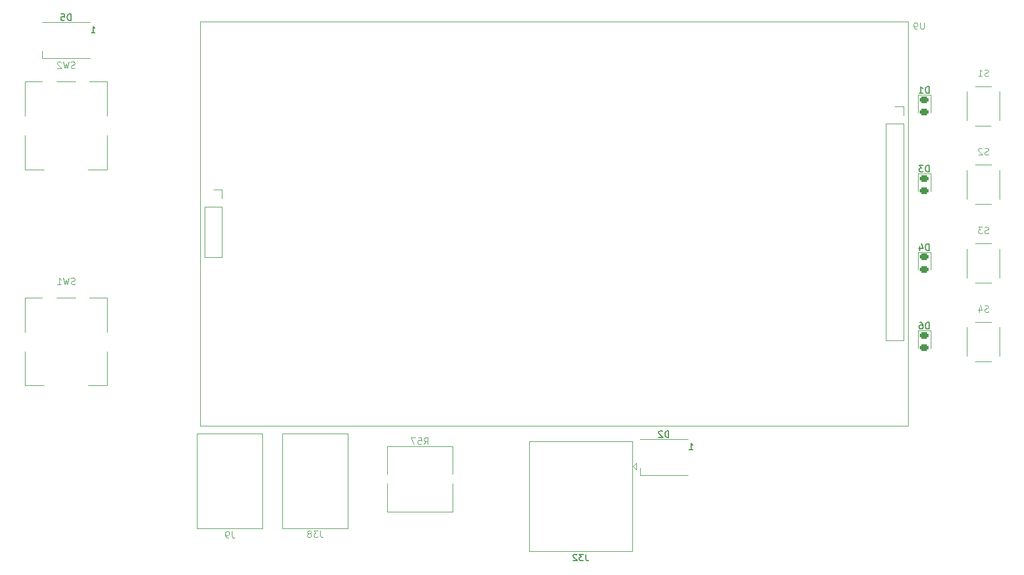
<source format=gbo>
%TF.GenerationSoftware,KiCad,Pcbnew,8.0.2-8.0.2-0~ubuntu22.04.1*%
%TF.CreationDate,2024-05-24T15:24:21-07:00*%
%TF.ProjectId,YamhillFrontPanel,59616d68-696c-46c4-9672-6f6e7450616e,B*%
%TF.SameCoordinates,Original*%
%TF.FileFunction,Legend,Bot*%
%TF.FilePolarity,Positive*%
%FSLAX46Y46*%
G04 Gerber Fmt 4.6, Leading zero omitted, Abs format (unit mm)*
G04 Created by KiCad (PCBNEW 8.0.2-8.0.2-0~ubuntu22.04.1) date 2024-05-24 15:24:21*
%MOMM*%
%LPD*%
G01*
G04 APERTURE LIST*
G04 Aperture macros list*
%AMRoundRect*
0 Rectangle with rounded corners*
0 $1 Rounding radius*
0 $2 $3 $4 $5 $6 $7 $8 $9 X,Y pos of 4 corners*
0 Add a 4 corners polygon primitive as box body*
4,1,4,$2,$3,$4,$5,$6,$7,$8,$9,$2,$3,0*
0 Add four circle primitives for the rounded corners*
1,1,$1+$1,$2,$3*
1,1,$1+$1,$4,$5*
1,1,$1+$1,$6,$7*
1,1,$1+$1,$8,$9*
0 Add four rect primitives between the rounded corners*
20,1,$1+$1,$2,$3,$4,$5,0*
20,1,$1+$1,$4,$5,$6,$7,0*
20,1,$1+$1,$6,$7,$8,$9,0*
20,1,$1+$1,$8,$9,$2,$3,0*%
G04 Aperture macros list end*
%ADD10C,0.100000*%
%ADD11C,0.150000*%
%ADD12C,0.120000*%
%ADD13C,3.650000*%
%ADD14O,2.000000X2.800000*%
%ADD15C,2.000000*%
%ADD16R,1.700000X1.700000*%
%ADD17O,1.700000X1.700000*%
%ADD18C,0.800000*%
%ADD19C,6.400000*%
%ADD20O,1.800000X1.800000*%
%ADD21O,1.500000X1.500000*%
%ADD22C,2.500000*%
%ADD23C,2.600000*%
%ADD24O,2.800000X3.200000*%
%ADD25R,1.500000X0.900000*%
%ADD26R,1.500000X1.500000*%
%ADD27C,1.500000*%
%ADD28RoundRect,0.243750X-0.456250X0.243750X-0.456250X-0.243750X0.456250X-0.243750X0.456250X0.243750X0*%
%ADD29O,2.000000X1.300000*%
%ADD30C,3.400000*%
G04 APERTURE END LIST*
D10*
X73333332Y-92209800D02*
X73190475Y-92257419D01*
X73190475Y-92257419D02*
X72952380Y-92257419D01*
X72952380Y-92257419D02*
X72857142Y-92209800D01*
X72857142Y-92209800D02*
X72809523Y-92162180D01*
X72809523Y-92162180D02*
X72761904Y-92066942D01*
X72761904Y-92066942D02*
X72761904Y-91971704D01*
X72761904Y-91971704D02*
X72809523Y-91876466D01*
X72809523Y-91876466D02*
X72857142Y-91828847D01*
X72857142Y-91828847D02*
X72952380Y-91781228D01*
X72952380Y-91781228D02*
X73142856Y-91733609D01*
X73142856Y-91733609D02*
X73238094Y-91685990D01*
X73238094Y-91685990D02*
X73285713Y-91638371D01*
X73285713Y-91638371D02*
X73333332Y-91543133D01*
X73333332Y-91543133D02*
X73333332Y-91447895D01*
X73333332Y-91447895D02*
X73285713Y-91352657D01*
X73285713Y-91352657D02*
X73238094Y-91305038D01*
X73238094Y-91305038D02*
X73142856Y-91257419D01*
X73142856Y-91257419D02*
X72904761Y-91257419D01*
X72904761Y-91257419D02*
X72761904Y-91305038D01*
X72428570Y-91257419D02*
X72190475Y-92257419D01*
X72190475Y-92257419D02*
X71999999Y-91543133D01*
X71999999Y-91543133D02*
X71809523Y-92257419D01*
X71809523Y-92257419D02*
X71571428Y-91257419D01*
X70666666Y-92257419D02*
X71238094Y-92257419D01*
X70952380Y-92257419D02*
X70952380Y-91257419D01*
X70952380Y-91257419D02*
X71047618Y-91400276D01*
X71047618Y-91400276D02*
X71142856Y-91495514D01*
X71142856Y-91495514D02*
X71238094Y-91543133D01*
X73333332Y-59209800D02*
X73190475Y-59257419D01*
X73190475Y-59257419D02*
X72952380Y-59257419D01*
X72952380Y-59257419D02*
X72857142Y-59209800D01*
X72857142Y-59209800D02*
X72809523Y-59162180D01*
X72809523Y-59162180D02*
X72761904Y-59066942D01*
X72761904Y-59066942D02*
X72761904Y-58971704D01*
X72761904Y-58971704D02*
X72809523Y-58876466D01*
X72809523Y-58876466D02*
X72857142Y-58828847D01*
X72857142Y-58828847D02*
X72952380Y-58781228D01*
X72952380Y-58781228D02*
X73142856Y-58733609D01*
X73142856Y-58733609D02*
X73238094Y-58685990D01*
X73238094Y-58685990D02*
X73285713Y-58638371D01*
X73285713Y-58638371D02*
X73333332Y-58543133D01*
X73333332Y-58543133D02*
X73333332Y-58447895D01*
X73333332Y-58447895D02*
X73285713Y-58352657D01*
X73285713Y-58352657D02*
X73238094Y-58305038D01*
X73238094Y-58305038D02*
X73142856Y-58257419D01*
X73142856Y-58257419D02*
X72904761Y-58257419D01*
X72904761Y-58257419D02*
X72761904Y-58305038D01*
X72428570Y-58257419D02*
X72190475Y-59257419D01*
X72190475Y-59257419D02*
X71999999Y-58543133D01*
X71999999Y-58543133D02*
X71809523Y-59257419D01*
X71809523Y-59257419D02*
X71571428Y-58257419D01*
X71238094Y-58352657D02*
X71190475Y-58305038D01*
X71190475Y-58305038D02*
X71095237Y-58257419D01*
X71095237Y-58257419D02*
X70857142Y-58257419D01*
X70857142Y-58257419D02*
X70761904Y-58305038D01*
X70761904Y-58305038D02*
X70714285Y-58352657D01*
X70714285Y-58352657D02*
X70666666Y-58447895D01*
X70666666Y-58447895D02*
X70666666Y-58543133D01*
X70666666Y-58543133D02*
X70714285Y-58685990D01*
X70714285Y-58685990D02*
X71285713Y-59257419D01*
X71285713Y-59257419D02*
X70666666Y-59257419D01*
D11*
X163988094Y-115604819D02*
X163988094Y-114604819D01*
X163988094Y-114604819D02*
X163749999Y-114604819D01*
X163749999Y-114604819D02*
X163607142Y-114652438D01*
X163607142Y-114652438D02*
X163511904Y-114747676D01*
X163511904Y-114747676D02*
X163464285Y-114842914D01*
X163464285Y-114842914D02*
X163416666Y-115033390D01*
X163416666Y-115033390D02*
X163416666Y-115176247D01*
X163416666Y-115176247D02*
X163464285Y-115366723D01*
X163464285Y-115366723D02*
X163511904Y-115461961D01*
X163511904Y-115461961D02*
X163607142Y-115557200D01*
X163607142Y-115557200D02*
X163749999Y-115604819D01*
X163749999Y-115604819D02*
X163988094Y-115604819D01*
X163035713Y-114700057D02*
X162988094Y-114652438D01*
X162988094Y-114652438D02*
X162892856Y-114604819D01*
X162892856Y-114604819D02*
X162654761Y-114604819D01*
X162654761Y-114604819D02*
X162559523Y-114652438D01*
X162559523Y-114652438D02*
X162511904Y-114700057D01*
X162511904Y-114700057D02*
X162464285Y-114795295D01*
X162464285Y-114795295D02*
X162464285Y-114890533D01*
X162464285Y-114890533D02*
X162511904Y-115033390D01*
X162511904Y-115033390D02*
X163083332Y-115604819D01*
X163083332Y-115604819D02*
X162464285Y-115604819D01*
X167114285Y-117504819D02*
X167685713Y-117504819D01*
X167399999Y-117504819D02*
X167399999Y-116504819D01*
X167399999Y-116504819D02*
X167495237Y-116647676D01*
X167495237Y-116647676D02*
X167590475Y-116742914D01*
X167590475Y-116742914D02*
X167685713Y-116790533D01*
X72738094Y-51954819D02*
X72738094Y-50954819D01*
X72738094Y-50954819D02*
X72499999Y-50954819D01*
X72499999Y-50954819D02*
X72357142Y-51002438D01*
X72357142Y-51002438D02*
X72261904Y-51097676D01*
X72261904Y-51097676D02*
X72214285Y-51192914D01*
X72214285Y-51192914D02*
X72166666Y-51383390D01*
X72166666Y-51383390D02*
X72166666Y-51526247D01*
X72166666Y-51526247D02*
X72214285Y-51716723D01*
X72214285Y-51716723D02*
X72261904Y-51811961D01*
X72261904Y-51811961D02*
X72357142Y-51907200D01*
X72357142Y-51907200D02*
X72499999Y-51954819D01*
X72499999Y-51954819D02*
X72738094Y-51954819D01*
X71261904Y-50954819D02*
X71738094Y-50954819D01*
X71738094Y-50954819D02*
X71785713Y-51431009D01*
X71785713Y-51431009D02*
X71738094Y-51383390D01*
X71738094Y-51383390D02*
X71642856Y-51335771D01*
X71642856Y-51335771D02*
X71404761Y-51335771D01*
X71404761Y-51335771D02*
X71309523Y-51383390D01*
X71309523Y-51383390D02*
X71261904Y-51431009D01*
X71261904Y-51431009D02*
X71214285Y-51526247D01*
X71214285Y-51526247D02*
X71214285Y-51764342D01*
X71214285Y-51764342D02*
X71261904Y-51859580D01*
X71261904Y-51859580D02*
X71309523Y-51907200D01*
X71309523Y-51907200D02*
X71404761Y-51954819D01*
X71404761Y-51954819D02*
X71642856Y-51954819D01*
X71642856Y-51954819D02*
X71738094Y-51907200D01*
X71738094Y-51907200D02*
X71785713Y-51859580D01*
X75864285Y-53854819D02*
X76435713Y-53854819D01*
X76149999Y-53854819D02*
X76149999Y-52854819D01*
X76149999Y-52854819D02*
X76245237Y-52997676D01*
X76245237Y-52997676D02*
X76340475Y-53092914D01*
X76340475Y-53092914D02*
X76435713Y-53140533D01*
X151359523Y-133454819D02*
X151359523Y-134169104D01*
X151359523Y-134169104D02*
X151407142Y-134311961D01*
X151407142Y-134311961D02*
X151502380Y-134407200D01*
X151502380Y-134407200D02*
X151645237Y-134454819D01*
X151645237Y-134454819D02*
X151740475Y-134454819D01*
X150978570Y-133454819D02*
X150359523Y-133454819D01*
X150359523Y-133454819D02*
X150692856Y-133835771D01*
X150692856Y-133835771D02*
X150549999Y-133835771D01*
X150549999Y-133835771D02*
X150454761Y-133883390D01*
X150454761Y-133883390D02*
X150407142Y-133931009D01*
X150407142Y-133931009D02*
X150359523Y-134026247D01*
X150359523Y-134026247D02*
X150359523Y-134264342D01*
X150359523Y-134264342D02*
X150407142Y-134359580D01*
X150407142Y-134359580D02*
X150454761Y-134407200D01*
X150454761Y-134407200D02*
X150549999Y-134454819D01*
X150549999Y-134454819D02*
X150835713Y-134454819D01*
X150835713Y-134454819D02*
X150930951Y-134407200D01*
X150930951Y-134407200D02*
X150978570Y-134359580D01*
X149978570Y-133550057D02*
X149930951Y-133502438D01*
X149930951Y-133502438D02*
X149835713Y-133454819D01*
X149835713Y-133454819D02*
X149597618Y-133454819D01*
X149597618Y-133454819D02*
X149502380Y-133502438D01*
X149502380Y-133502438D02*
X149454761Y-133550057D01*
X149454761Y-133550057D02*
X149407142Y-133645295D01*
X149407142Y-133645295D02*
X149407142Y-133740533D01*
X149407142Y-133740533D02*
X149454761Y-133883390D01*
X149454761Y-133883390D02*
X150026189Y-134454819D01*
X150026189Y-134454819D02*
X149407142Y-134454819D01*
X203738094Y-75054819D02*
X203738094Y-74054819D01*
X203738094Y-74054819D02*
X203499999Y-74054819D01*
X203499999Y-74054819D02*
X203357142Y-74102438D01*
X203357142Y-74102438D02*
X203261904Y-74197676D01*
X203261904Y-74197676D02*
X203214285Y-74292914D01*
X203214285Y-74292914D02*
X203166666Y-74483390D01*
X203166666Y-74483390D02*
X203166666Y-74626247D01*
X203166666Y-74626247D02*
X203214285Y-74816723D01*
X203214285Y-74816723D02*
X203261904Y-74911961D01*
X203261904Y-74911961D02*
X203357142Y-75007200D01*
X203357142Y-75007200D02*
X203499999Y-75054819D01*
X203499999Y-75054819D02*
X203738094Y-75054819D01*
X202833332Y-74054819D02*
X202214285Y-74054819D01*
X202214285Y-74054819D02*
X202547618Y-74435771D01*
X202547618Y-74435771D02*
X202404761Y-74435771D01*
X202404761Y-74435771D02*
X202309523Y-74483390D01*
X202309523Y-74483390D02*
X202261904Y-74531009D01*
X202261904Y-74531009D02*
X202214285Y-74626247D01*
X202214285Y-74626247D02*
X202214285Y-74864342D01*
X202214285Y-74864342D02*
X202261904Y-74959580D01*
X202261904Y-74959580D02*
X202309523Y-75007200D01*
X202309523Y-75007200D02*
X202404761Y-75054819D01*
X202404761Y-75054819D02*
X202690475Y-75054819D01*
X202690475Y-75054819D02*
X202785713Y-75007200D01*
X202785713Y-75007200D02*
X202833332Y-74959580D01*
D10*
X212761904Y-72409800D02*
X212619047Y-72457419D01*
X212619047Y-72457419D02*
X212380952Y-72457419D01*
X212380952Y-72457419D02*
X212285714Y-72409800D01*
X212285714Y-72409800D02*
X212238095Y-72362180D01*
X212238095Y-72362180D02*
X212190476Y-72266942D01*
X212190476Y-72266942D02*
X212190476Y-72171704D01*
X212190476Y-72171704D02*
X212238095Y-72076466D01*
X212238095Y-72076466D02*
X212285714Y-72028847D01*
X212285714Y-72028847D02*
X212380952Y-71981228D01*
X212380952Y-71981228D02*
X212571428Y-71933609D01*
X212571428Y-71933609D02*
X212666666Y-71885990D01*
X212666666Y-71885990D02*
X212714285Y-71838371D01*
X212714285Y-71838371D02*
X212761904Y-71743133D01*
X212761904Y-71743133D02*
X212761904Y-71647895D01*
X212761904Y-71647895D02*
X212714285Y-71552657D01*
X212714285Y-71552657D02*
X212666666Y-71505038D01*
X212666666Y-71505038D02*
X212571428Y-71457419D01*
X212571428Y-71457419D02*
X212333333Y-71457419D01*
X212333333Y-71457419D02*
X212190476Y-71505038D01*
X211809523Y-71552657D02*
X211761904Y-71505038D01*
X211761904Y-71505038D02*
X211666666Y-71457419D01*
X211666666Y-71457419D02*
X211428571Y-71457419D01*
X211428571Y-71457419D02*
X211333333Y-71505038D01*
X211333333Y-71505038D02*
X211285714Y-71552657D01*
X211285714Y-71552657D02*
X211238095Y-71647895D01*
X211238095Y-71647895D02*
X211238095Y-71743133D01*
X211238095Y-71743133D02*
X211285714Y-71885990D01*
X211285714Y-71885990D02*
X211857142Y-72457419D01*
X211857142Y-72457419D02*
X211238095Y-72457419D01*
D11*
X203738094Y-63054819D02*
X203738094Y-62054819D01*
X203738094Y-62054819D02*
X203499999Y-62054819D01*
X203499999Y-62054819D02*
X203357142Y-62102438D01*
X203357142Y-62102438D02*
X203261904Y-62197676D01*
X203261904Y-62197676D02*
X203214285Y-62292914D01*
X203214285Y-62292914D02*
X203166666Y-62483390D01*
X203166666Y-62483390D02*
X203166666Y-62626247D01*
X203166666Y-62626247D02*
X203214285Y-62816723D01*
X203214285Y-62816723D02*
X203261904Y-62911961D01*
X203261904Y-62911961D02*
X203357142Y-63007200D01*
X203357142Y-63007200D02*
X203499999Y-63054819D01*
X203499999Y-63054819D02*
X203738094Y-63054819D01*
X202214285Y-63054819D02*
X202785713Y-63054819D01*
X202499999Y-63054819D02*
X202499999Y-62054819D01*
X202499999Y-62054819D02*
X202595237Y-62197676D01*
X202595237Y-62197676D02*
X202690475Y-62292914D01*
X202690475Y-62292914D02*
X202785713Y-62340533D01*
D10*
X97333333Y-129957419D02*
X97333333Y-130671704D01*
X97333333Y-130671704D02*
X97380952Y-130814561D01*
X97380952Y-130814561D02*
X97476190Y-130909800D01*
X97476190Y-130909800D02*
X97619047Y-130957419D01*
X97619047Y-130957419D02*
X97714285Y-130957419D01*
X96809523Y-130957419D02*
X96619047Y-130957419D01*
X96619047Y-130957419D02*
X96523809Y-130909800D01*
X96523809Y-130909800D02*
X96476190Y-130862180D01*
X96476190Y-130862180D02*
X96380952Y-130719323D01*
X96380952Y-130719323D02*
X96333333Y-130528847D01*
X96333333Y-130528847D02*
X96333333Y-130147895D01*
X96333333Y-130147895D02*
X96380952Y-130052657D01*
X96380952Y-130052657D02*
X96428571Y-130005038D01*
X96428571Y-130005038D02*
X96523809Y-129957419D01*
X96523809Y-129957419D02*
X96714285Y-129957419D01*
X96714285Y-129957419D02*
X96809523Y-130005038D01*
X96809523Y-130005038D02*
X96857142Y-130052657D01*
X96857142Y-130052657D02*
X96904761Y-130147895D01*
X96904761Y-130147895D02*
X96904761Y-130385990D01*
X96904761Y-130385990D02*
X96857142Y-130481228D01*
X96857142Y-130481228D02*
X96809523Y-130528847D01*
X96809523Y-130528847D02*
X96714285Y-130576466D01*
X96714285Y-130576466D02*
X96523809Y-130576466D01*
X96523809Y-130576466D02*
X96428571Y-130528847D01*
X96428571Y-130528847D02*
X96380952Y-130481228D01*
X96380952Y-130481228D02*
X96333333Y-130385990D01*
D11*
X203738094Y-99054819D02*
X203738094Y-98054819D01*
X203738094Y-98054819D02*
X203499999Y-98054819D01*
X203499999Y-98054819D02*
X203357142Y-98102438D01*
X203357142Y-98102438D02*
X203261904Y-98197676D01*
X203261904Y-98197676D02*
X203214285Y-98292914D01*
X203214285Y-98292914D02*
X203166666Y-98483390D01*
X203166666Y-98483390D02*
X203166666Y-98626247D01*
X203166666Y-98626247D02*
X203214285Y-98816723D01*
X203214285Y-98816723D02*
X203261904Y-98911961D01*
X203261904Y-98911961D02*
X203357142Y-99007200D01*
X203357142Y-99007200D02*
X203499999Y-99054819D01*
X203499999Y-99054819D02*
X203738094Y-99054819D01*
X202309523Y-98054819D02*
X202499999Y-98054819D01*
X202499999Y-98054819D02*
X202595237Y-98102438D01*
X202595237Y-98102438D02*
X202642856Y-98150057D01*
X202642856Y-98150057D02*
X202738094Y-98292914D01*
X202738094Y-98292914D02*
X202785713Y-98483390D01*
X202785713Y-98483390D02*
X202785713Y-98864342D01*
X202785713Y-98864342D02*
X202738094Y-98959580D01*
X202738094Y-98959580D02*
X202690475Y-99007200D01*
X202690475Y-99007200D02*
X202595237Y-99054819D01*
X202595237Y-99054819D02*
X202404761Y-99054819D01*
X202404761Y-99054819D02*
X202309523Y-99007200D01*
X202309523Y-99007200D02*
X202261904Y-98959580D01*
X202261904Y-98959580D02*
X202214285Y-98864342D01*
X202214285Y-98864342D02*
X202214285Y-98626247D01*
X202214285Y-98626247D02*
X202261904Y-98531009D01*
X202261904Y-98531009D02*
X202309523Y-98483390D01*
X202309523Y-98483390D02*
X202404761Y-98435771D01*
X202404761Y-98435771D02*
X202595237Y-98435771D01*
X202595237Y-98435771D02*
X202690475Y-98483390D01*
X202690475Y-98483390D02*
X202738094Y-98531009D01*
X202738094Y-98531009D02*
X202785713Y-98626247D01*
X203738094Y-87054819D02*
X203738094Y-86054819D01*
X203738094Y-86054819D02*
X203499999Y-86054819D01*
X203499999Y-86054819D02*
X203357142Y-86102438D01*
X203357142Y-86102438D02*
X203261904Y-86197676D01*
X203261904Y-86197676D02*
X203214285Y-86292914D01*
X203214285Y-86292914D02*
X203166666Y-86483390D01*
X203166666Y-86483390D02*
X203166666Y-86626247D01*
X203166666Y-86626247D02*
X203214285Y-86816723D01*
X203214285Y-86816723D02*
X203261904Y-86911961D01*
X203261904Y-86911961D02*
X203357142Y-87007200D01*
X203357142Y-87007200D02*
X203499999Y-87054819D01*
X203499999Y-87054819D02*
X203738094Y-87054819D01*
X202309523Y-86388152D02*
X202309523Y-87054819D01*
X202547618Y-86007200D02*
X202785713Y-86721485D01*
X202785713Y-86721485D02*
X202166666Y-86721485D01*
D10*
X126642857Y-116657419D02*
X126976190Y-116181228D01*
X127214285Y-116657419D02*
X127214285Y-115657419D01*
X127214285Y-115657419D02*
X126833333Y-115657419D01*
X126833333Y-115657419D02*
X126738095Y-115705038D01*
X126738095Y-115705038D02*
X126690476Y-115752657D01*
X126690476Y-115752657D02*
X126642857Y-115847895D01*
X126642857Y-115847895D02*
X126642857Y-115990752D01*
X126642857Y-115990752D02*
X126690476Y-116085990D01*
X126690476Y-116085990D02*
X126738095Y-116133609D01*
X126738095Y-116133609D02*
X126833333Y-116181228D01*
X126833333Y-116181228D02*
X127214285Y-116181228D01*
X125738095Y-115657419D02*
X126214285Y-115657419D01*
X126214285Y-115657419D02*
X126261904Y-116133609D01*
X126261904Y-116133609D02*
X126214285Y-116085990D01*
X126214285Y-116085990D02*
X126119047Y-116038371D01*
X126119047Y-116038371D02*
X125880952Y-116038371D01*
X125880952Y-116038371D02*
X125785714Y-116085990D01*
X125785714Y-116085990D02*
X125738095Y-116133609D01*
X125738095Y-116133609D02*
X125690476Y-116228847D01*
X125690476Y-116228847D02*
X125690476Y-116466942D01*
X125690476Y-116466942D02*
X125738095Y-116562180D01*
X125738095Y-116562180D02*
X125785714Y-116609800D01*
X125785714Y-116609800D02*
X125880952Y-116657419D01*
X125880952Y-116657419D02*
X126119047Y-116657419D01*
X126119047Y-116657419D02*
X126214285Y-116609800D01*
X126214285Y-116609800D02*
X126261904Y-116562180D01*
X125357142Y-115657419D02*
X124690476Y-115657419D01*
X124690476Y-115657419D02*
X125119047Y-116657419D01*
X212761904Y-96409800D02*
X212619047Y-96457419D01*
X212619047Y-96457419D02*
X212380952Y-96457419D01*
X212380952Y-96457419D02*
X212285714Y-96409800D01*
X212285714Y-96409800D02*
X212238095Y-96362180D01*
X212238095Y-96362180D02*
X212190476Y-96266942D01*
X212190476Y-96266942D02*
X212190476Y-96171704D01*
X212190476Y-96171704D02*
X212238095Y-96076466D01*
X212238095Y-96076466D02*
X212285714Y-96028847D01*
X212285714Y-96028847D02*
X212380952Y-95981228D01*
X212380952Y-95981228D02*
X212571428Y-95933609D01*
X212571428Y-95933609D02*
X212666666Y-95885990D01*
X212666666Y-95885990D02*
X212714285Y-95838371D01*
X212714285Y-95838371D02*
X212761904Y-95743133D01*
X212761904Y-95743133D02*
X212761904Y-95647895D01*
X212761904Y-95647895D02*
X212714285Y-95552657D01*
X212714285Y-95552657D02*
X212666666Y-95505038D01*
X212666666Y-95505038D02*
X212571428Y-95457419D01*
X212571428Y-95457419D02*
X212333333Y-95457419D01*
X212333333Y-95457419D02*
X212190476Y-95505038D01*
X211333333Y-95790752D02*
X211333333Y-96457419D01*
X211571428Y-95409800D02*
X211809523Y-96124085D01*
X211809523Y-96124085D02*
X211190476Y-96124085D01*
X110809523Y-129857419D02*
X110809523Y-130571704D01*
X110809523Y-130571704D02*
X110857142Y-130714561D01*
X110857142Y-130714561D02*
X110952380Y-130809800D01*
X110952380Y-130809800D02*
X111095237Y-130857419D01*
X111095237Y-130857419D02*
X111190475Y-130857419D01*
X110428570Y-129857419D02*
X109809523Y-129857419D01*
X109809523Y-129857419D02*
X110142856Y-130238371D01*
X110142856Y-130238371D02*
X109999999Y-130238371D01*
X109999999Y-130238371D02*
X109904761Y-130285990D01*
X109904761Y-130285990D02*
X109857142Y-130333609D01*
X109857142Y-130333609D02*
X109809523Y-130428847D01*
X109809523Y-130428847D02*
X109809523Y-130666942D01*
X109809523Y-130666942D02*
X109857142Y-130762180D01*
X109857142Y-130762180D02*
X109904761Y-130809800D01*
X109904761Y-130809800D02*
X109999999Y-130857419D01*
X109999999Y-130857419D02*
X110285713Y-130857419D01*
X110285713Y-130857419D02*
X110380951Y-130809800D01*
X110380951Y-130809800D02*
X110428570Y-130762180D01*
X109238094Y-130285990D02*
X109333332Y-130238371D01*
X109333332Y-130238371D02*
X109380951Y-130190752D01*
X109380951Y-130190752D02*
X109428570Y-130095514D01*
X109428570Y-130095514D02*
X109428570Y-130047895D01*
X109428570Y-130047895D02*
X109380951Y-129952657D01*
X109380951Y-129952657D02*
X109333332Y-129905038D01*
X109333332Y-129905038D02*
X109238094Y-129857419D01*
X109238094Y-129857419D02*
X109047618Y-129857419D01*
X109047618Y-129857419D02*
X108952380Y-129905038D01*
X108952380Y-129905038D02*
X108904761Y-129952657D01*
X108904761Y-129952657D02*
X108857142Y-130047895D01*
X108857142Y-130047895D02*
X108857142Y-130095514D01*
X108857142Y-130095514D02*
X108904761Y-130190752D01*
X108904761Y-130190752D02*
X108952380Y-130238371D01*
X108952380Y-130238371D02*
X109047618Y-130285990D01*
X109047618Y-130285990D02*
X109238094Y-130285990D01*
X109238094Y-130285990D02*
X109333332Y-130333609D01*
X109333332Y-130333609D02*
X109380951Y-130381228D01*
X109380951Y-130381228D02*
X109428570Y-130476466D01*
X109428570Y-130476466D02*
X109428570Y-130666942D01*
X109428570Y-130666942D02*
X109380951Y-130762180D01*
X109380951Y-130762180D02*
X109333332Y-130809800D01*
X109333332Y-130809800D02*
X109238094Y-130857419D01*
X109238094Y-130857419D02*
X109047618Y-130857419D01*
X109047618Y-130857419D02*
X108952380Y-130809800D01*
X108952380Y-130809800D02*
X108904761Y-130762180D01*
X108904761Y-130762180D02*
X108857142Y-130666942D01*
X108857142Y-130666942D02*
X108857142Y-130476466D01*
X108857142Y-130476466D02*
X108904761Y-130381228D01*
X108904761Y-130381228D02*
X108952380Y-130333609D01*
X108952380Y-130333609D02*
X109047618Y-130285990D01*
X212761904Y-84409800D02*
X212619047Y-84457419D01*
X212619047Y-84457419D02*
X212380952Y-84457419D01*
X212380952Y-84457419D02*
X212285714Y-84409800D01*
X212285714Y-84409800D02*
X212238095Y-84362180D01*
X212238095Y-84362180D02*
X212190476Y-84266942D01*
X212190476Y-84266942D02*
X212190476Y-84171704D01*
X212190476Y-84171704D02*
X212238095Y-84076466D01*
X212238095Y-84076466D02*
X212285714Y-84028847D01*
X212285714Y-84028847D02*
X212380952Y-83981228D01*
X212380952Y-83981228D02*
X212571428Y-83933609D01*
X212571428Y-83933609D02*
X212666666Y-83885990D01*
X212666666Y-83885990D02*
X212714285Y-83838371D01*
X212714285Y-83838371D02*
X212761904Y-83743133D01*
X212761904Y-83743133D02*
X212761904Y-83647895D01*
X212761904Y-83647895D02*
X212714285Y-83552657D01*
X212714285Y-83552657D02*
X212666666Y-83505038D01*
X212666666Y-83505038D02*
X212571428Y-83457419D01*
X212571428Y-83457419D02*
X212333333Y-83457419D01*
X212333333Y-83457419D02*
X212190476Y-83505038D01*
X211857142Y-83457419D02*
X211238095Y-83457419D01*
X211238095Y-83457419D02*
X211571428Y-83838371D01*
X211571428Y-83838371D02*
X211428571Y-83838371D01*
X211428571Y-83838371D02*
X211333333Y-83885990D01*
X211333333Y-83885990D02*
X211285714Y-83933609D01*
X211285714Y-83933609D02*
X211238095Y-84028847D01*
X211238095Y-84028847D02*
X211238095Y-84266942D01*
X211238095Y-84266942D02*
X211285714Y-84362180D01*
X211285714Y-84362180D02*
X211333333Y-84409800D01*
X211333333Y-84409800D02*
X211428571Y-84457419D01*
X211428571Y-84457419D02*
X211714285Y-84457419D01*
X211714285Y-84457419D02*
X211809523Y-84409800D01*
X211809523Y-84409800D02*
X211857142Y-84362180D01*
X202961904Y-52257419D02*
X202961904Y-53066942D01*
X202961904Y-53066942D02*
X202914285Y-53162180D01*
X202914285Y-53162180D02*
X202866666Y-53209800D01*
X202866666Y-53209800D02*
X202771428Y-53257419D01*
X202771428Y-53257419D02*
X202580952Y-53257419D01*
X202580952Y-53257419D02*
X202485714Y-53209800D01*
X202485714Y-53209800D02*
X202438095Y-53162180D01*
X202438095Y-53162180D02*
X202390476Y-53066942D01*
X202390476Y-53066942D02*
X202390476Y-52257419D01*
X201866666Y-53257419D02*
X201676190Y-53257419D01*
X201676190Y-53257419D02*
X201580952Y-53209800D01*
X201580952Y-53209800D02*
X201533333Y-53162180D01*
X201533333Y-53162180D02*
X201438095Y-53019323D01*
X201438095Y-53019323D02*
X201390476Y-52828847D01*
X201390476Y-52828847D02*
X201390476Y-52447895D01*
X201390476Y-52447895D02*
X201438095Y-52352657D01*
X201438095Y-52352657D02*
X201485714Y-52305038D01*
X201485714Y-52305038D02*
X201580952Y-52257419D01*
X201580952Y-52257419D02*
X201771428Y-52257419D01*
X201771428Y-52257419D02*
X201866666Y-52305038D01*
X201866666Y-52305038D02*
X201914285Y-52352657D01*
X201914285Y-52352657D02*
X201961904Y-52447895D01*
X201961904Y-52447895D02*
X201961904Y-52685990D01*
X201961904Y-52685990D02*
X201914285Y-52781228D01*
X201914285Y-52781228D02*
X201866666Y-52828847D01*
X201866666Y-52828847D02*
X201771428Y-52876466D01*
X201771428Y-52876466D02*
X201580952Y-52876466D01*
X201580952Y-52876466D02*
X201485714Y-52828847D01*
X201485714Y-52828847D02*
X201438095Y-52781228D01*
X201438095Y-52781228D02*
X201390476Y-52685990D01*
X212761904Y-60409800D02*
X212619047Y-60457419D01*
X212619047Y-60457419D02*
X212380952Y-60457419D01*
X212380952Y-60457419D02*
X212285714Y-60409800D01*
X212285714Y-60409800D02*
X212238095Y-60362180D01*
X212238095Y-60362180D02*
X212190476Y-60266942D01*
X212190476Y-60266942D02*
X212190476Y-60171704D01*
X212190476Y-60171704D02*
X212238095Y-60076466D01*
X212238095Y-60076466D02*
X212285714Y-60028847D01*
X212285714Y-60028847D02*
X212380952Y-59981228D01*
X212380952Y-59981228D02*
X212571428Y-59933609D01*
X212571428Y-59933609D02*
X212666666Y-59885990D01*
X212666666Y-59885990D02*
X212714285Y-59838371D01*
X212714285Y-59838371D02*
X212761904Y-59743133D01*
X212761904Y-59743133D02*
X212761904Y-59647895D01*
X212761904Y-59647895D02*
X212714285Y-59552657D01*
X212714285Y-59552657D02*
X212666666Y-59505038D01*
X212666666Y-59505038D02*
X212571428Y-59457419D01*
X212571428Y-59457419D02*
X212333333Y-59457419D01*
X212333333Y-59457419D02*
X212190476Y-59505038D01*
X211238095Y-60457419D02*
X211809523Y-60457419D01*
X211523809Y-60457419D02*
X211523809Y-59457419D01*
X211523809Y-59457419D02*
X211619047Y-59600276D01*
X211619047Y-59600276D02*
X211714285Y-59695514D01*
X211714285Y-59695514D02*
X211809523Y-59743133D01*
%TO.C,SW1*%
X78300000Y-99500000D02*
X78300000Y-94300000D01*
X75600000Y-94300000D02*
X78300000Y-94300000D01*
X78300000Y-102500000D02*
X78300000Y-107700000D01*
X75400000Y-107700000D02*
X78300000Y-107700000D01*
X75400000Y-107700000D02*
X78300000Y-107700000D01*
X73400000Y-94300000D02*
X70600000Y-94300000D01*
X68400000Y-94300000D02*
X65700000Y-94300000D01*
X65700000Y-99500000D02*
X65700000Y-94300000D01*
X68600000Y-107700000D02*
X65700000Y-107700000D01*
X68600000Y-107700000D02*
X65700000Y-107700000D01*
X65700000Y-102500000D02*
X65700000Y-107700000D01*
%TO.C,SW2*%
X78300000Y-66500000D02*
X78300000Y-61300000D01*
X75600000Y-61300000D02*
X78300000Y-61300000D01*
X78300000Y-69500000D02*
X78300000Y-74700000D01*
X75400000Y-74700000D02*
X78300000Y-74700000D01*
X75400000Y-74700000D02*
X78300000Y-74700000D01*
X73400000Y-61300000D02*
X70600000Y-61300000D01*
X68400000Y-61300000D02*
X65700000Y-61300000D01*
X65700000Y-66500000D02*
X65700000Y-61300000D01*
X68600000Y-74700000D02*
X65700000Y-74700000D01*
X68600000Y-74700000D02*
X65700000Y-74700000D01*
X65700000Y-69500000D02*
X65700000Y-74700000D01*
D12*
%TO.C,D2*%
X159600000Y-121400000D02*
X159600000Y-120250000D01*
X166900000Y-115900000D02*
X159600000Y-115900000D01*
X166900000Y-121400000D02*
X159600000Y-121400000D01*
%TO.C,D5*%
X68350000Y-57750000D02*
X68350000Y-56600000D01*
X75650000Y-52250000D02*
X68350000Y-52250000D01*
X75650000Y-57750000D02*
X68350000Y-57750000D01*
%TO.C,J32*%
X142690000Y-116210000D02*
X142690000Y-132950000D01*
X142690000Y-132950000D02*
X158420000Y-132950000D01*
X142700000Y-116210000D02*
X158420000Y-116210000D01*
X158420000Y-116210000D02*
X158420000Y-132950000D01*
X158500000Y-120000000D02*
X159000000Y-119500000D01*
X159000000Y-119500000D02*
X159000000Y-120500000D01*
X159000000Y-120500000D02*
X158500000Y-120000000D01*
%TO.C,D3*%
X202040000Y-75315000D02*
X203960000Y-75315000D01*
X202040000Y-78000000D02*
X202040000Y-75315000D01*
X203960000Y-75315000D02*
X203960000Y-78000000D01*
D10*
%TO.C,S2*%
X209500000Y-79200000D02*
X209500000Y-74800000D01*
X213200000Y-74000000D02*
X210800000Y-74000000D01*
X213200000Y-80000000D02*
X210800000Y-80000000D01*
X214500000Y-74800000D02*
X214500000Y-79200000D01*
D12*
%TO.C,D1*%
X202040000Y-63315000D02*
X203960000Y-63315000D01*
X202040000Y-66000000D02*
X202040000Y-63315000D01*
X203960000Y-63315000D02*
X203960000Y-66000000D01*
%TO.C,J9*%
D10*
X102000000Y-115000000D02*
X92000000Y-115000000D01*
X92000000Y-129500000D01*
X102000000Y-129500000D01*
X102000000Y-115000000D01*
D12*
%TO.C,D6*%
X202040000Y-99315000D02*
X203960000Y-99315000D01*
X202040000Y-102000000D02*
X202040000Y-99315000D01*
X203960000Y-99315000D02*
X203960000Y-102000000D01*
%TO.C,D4*%
X202040000Y-87315000D02*
X203960000Y-87315000D01*
X202040000Y-90000000D02*
X202040000Y-87315000D01*
X203960000Y-87315000D02*
X203960000Y-90000000D01*
%TO.C,R57*%
D10*
X131000000Y-117000000D02*
X121000000Y-117000000D01*
X121000000Y-127000000D01*
X131000000Y-127000000D01*
X131000000Y-117000000D01*
%TO.C,S4*%
X209500000Y-103200000D02*
X209500000Y-98800000D01*
X213200000Y-98000000D02*
X210800000Y-98000000D01*
X213200000Y-104000000D02*
X210800000Y-104000000D01*
X214500000Y-98800000D02*
X214500000Y-103200000D01*
%TO.C,J38*%
X115000000Y-115000000D02*
X105000000Y-115000000D01*
X105000000Y-129500000D01*
X115000000Y-129500000D01*
X115000000Y-115000000D01*
%TO.C,S3*%
X209500000Y-91200000D02*
X209500000Y-86800000D01*
X213200000Y-86000000D02*
X210800000Y-86000000D01*
X213200000Y-92000000D02*
X210800000Y-92000000D01*
X214500000Y-86800000D02*
X214500000Y-91200000D01*
%TO.C,U9*%
X92500000Y-113850000D02*
X200500000Y-113850000D01*
X200500000Y-52150000D01*
X92500000Y-52150000D01*
X92500000Y-113850000D01*
D12*
X199830000Y-100790000D02*
X197170000Y-100790000D01*
X199830000Y-67710000D02*
X199830000Y-100790000D01*
X199830000Y-67710000D02*
X197170000Y-67710000D01*
X199830000Y-66440000D02*
X199830000Y-65110000D01*
X199830000Y-65110000D02*
X198500000Y-65110000D01*
X197170000Y-67710000D02*
X197170000Y-100790000D01*
X95830000Y-88090000D02*
X93170000Y-88090000D01*
X95830000Y-80410000D02*
X95830000Y-88090000D01*
X95830000Y-80410000D02*
X93170000Y-80410000D01*
X95830000Y-79140000D02*
X95830000Y-77810000D01*
X95830000Y-77810000D02*
X94500000Y-77810000D01*
X93170000Y-80410000D02*
X93170000Y-88090000D01*
D10*
%TO.C,S1*%
X209500000Y-67200000D02*
X209500000Y-62800000D01*
X213200000Y-62000000D02*
X210800000Y-62000000D01*
X213200000Y-68000000D02*
X210800000Y-68000000D01*
X214500000Y-62800000D02*
X214500000Y-67200000D01*
%TD*%
D13*
%TO.C,J32*%
X156270000Y-126350000D03*
X144840000Y-126350000D03*
%TD*%
%LPC*%
D14*
%TO.C,SW1*%
X77700000Y-101000000D03*
X66300000Y-101000000D03*
D15*
X74500000Y-108500000D03*
X69500000Y-108500000D03*
X72000000Y-108500000D03*
X74500000Y-94000000D03*
X69500000Y-94000000D03*
%TD*%
D14*
%TO.C,SW2*%
X77700000Y-68000000D03*
X66300000Y-68000000D03*
D15*
X74500000Y-75500000D03*
X69500000Y-75500000D03*
X72000000Y-75500000D03*
X74500000Y-61000000D03*
X69500000Y-61000000D03*
%TD*%
D16*
%TO.C,J3*%
X109060000Y-147000000D03*
D17*
X111600000Y-147000000D03*
%TD*%
D16*
%TO.C,J35*%
X150425000Y-137900000D03*
D17*
X152965000Y-137900000D03*
%TD*%
D16*
%TO.C,J26*%
X83600000Y-147000000D03*
D17*
X86140000Y-147000000D03*
%TD*%
D16*
%TO.C,J33*%
X137960000Y-109800000D03*
D17*
X140500000Y-109800000D03*
%TD*%
D16*
%TO.C,J5*%
X143900000Y-147000000D03*
D17*
X146440000Y-147000000D03*
%TD*%
D16*
%TO.C,J20*%
X64200000Y-147000000D03*
D17*
X66740000Y-147000000D03*
%TD*%
D18*
%TO.C,H2*%
X52600000Y-145000000D03*
X53302944Y-143302944D03*
X53302944Y-146697056D03*
X55000000Y-142600000D03*
D19*
X55000000Y-145000000D03*
D18*
X55000000Y-147400000D03*
X56697056Y-143302944D03*
X56697056Y-146697056D03*
X57400000Y-145000000D03*
%TD*%
D16*
%TO.C,J36*%
X82700000Y-115200000D03*
D17*
X85240000Y-115200000D03*
%TD*%
D16*
%TO.C,J23*%
X166100000Y-147000000D03*
D17*
X168640000Y-147000000D03*
%TD*%
D20*
%TO.C,U3*%
X217970000Y-123985000D03*
D21*
X214940000Y-124285000D03*
X214940000Y-129135000D03*
D20*
X217970000Y-129435000D03*
D17*
X218100000Y-117820000D03*
X215560000Y-117820000D03*
D16*
X213020000Y-117820000D03*
D17*
X210480000Y-117820000D03*
X207940000Y-117820000D03*
X205400000Y-117820000D03*
X202860000Y-117820000D03*
D16*
X200320000Y-117820000D03*
D17*
X197780000Y-117820000D03*
X195240000Y-117820000D03*
X192700000Y-117820000D03*
X190160000Y-117820000D03*
D16*
X187620000Y-117820000D03*
D17*
X185080000Y-117820000D03*
X182540000Y-117820000D03*
X180000000Y-117820000D03*
X177460000Y-117820000D03*
D16*
X174920000Y-117820000D03*
D17*
X172380000Y-117820000D03*
X169840000Y-117820000D03*
X169840000Y-135600000D03*
X172380000Y-135600000D03*
D16*
X174920000Y-135600000D03*
D17*
X177460000Y-135600000D03*
X180000000Y-135600000D03*
X182540000Y-135600000D03*
X185080000Y-135600000D03*
D16*
X187620000Y-135600000D03*
D17*
X190160000Y-135600000D03*
X192700000Y-135600000D03*
X195240000Y-135600000D03*
X197780000Y-135600000D03*
D16*
X200320000Y-135600000D03*
D17*
X202860000Y-135600000D03*
X205400000Y-135600000D03*
X207940000Y-135600000D03*
X210480000Y-135600000D03*
D16*
X213020000Y-135600000D03*
D17*
X215560000Y-135600000D03*
X218100000Y-135600000D03*
X170070000Y-124170000D03*
D16*
X170070000Y-126710000D03*
D17*
X170070000Y-129250000D03*
%TD*%
D16*
%TO.C,J4*%
X115300000Y-147000000D03*
D17*
X117840000Y-147000000D03*
%TD*%
D22*
%TO.C,J27*%
X55000000Y-136000000D03*
D23*
X52450000Y-133450000D03*
X52450000Y-138550000D03*
X57550000Y-133450000D03*
X57550000Y-138550000D03*
%TD*%
D16*
%TO.C,J22*%
X159800000Y-147000000D03*
D17*
X162340000Y-147000000D03*
%TD*%
D16*
%TO.C,J18*%
X170000000Y-102700000D03*
D17*
X172540000Y-102700000D03*
%TD*%
D16*
%TO.C,J19*%
X205000000Y-147000000D03*
D17*
X207540000Y-147000000D03*
%TD*%
D16*
%TO.C,J34*%
X123360000Y-86460000D03*
D17*
X125900000Y-86460000D03*
X123360000Y-89000000D03*
X125900000Y-89000000D03*
%TD*%
D18*
%TO.C,H4*%
X212600000Y-145000000D03*
X213302944Y-143302944D03*
X213302944Y-146697056D03*
X215000000Y-142600000D03*
D19*
X215000000Y-145000000D03*
D18*
X215000000Y-147400000D03*
X216697056Y-143302944D03*
X216697056Y-146697056D03*
X217400000Y-145000000D03*
%TD*%
D16*
%TO.C,J16*%
X185700000Y-91800000D03*
D17*
X188240000Y-91800000D03*
%TD*%
D16*
%TO.C,J8*%
X125025000Y-147000000D03*
D17*
X127565000Y-147000000D03*
%TD*%
D16*
%TO.C,J21*%
X153500000Y-147000000D03*
D17*
X156040000Y-147000000D03*
%TD*%
D16*
%TO.C,J10*%
X152460000Y-102700000D03*
D17*
X155000000Y-102700000D03*
X157540000Y-102700000D03*
%TD*%
D16*
%TO.C,J11*%
X154200000Y-91800000D03*
D17*
X156740000Y-91800000D03*
%TD*%
D24*
%TO.C,R31*%
X130700000Y-132000000D03*
X141300000Y-132000000D03*
D15*
X138500000Y-139000000D03*
X136000000Y-139000000D03*
X133500000Y-139000000D03*
%TD*%
D18*
%TO.C,H1*%
X52600000Y-55000000D03*
X53302944Y-53302944D03*
X53302944Y-56697056D03*
X55000000Y-52600000D03*
D19*
X55000000Y-55000000D03*
D18*
X55000000Y-57400000D03*
X56697056Y-53302944D03*
X56697056Y-56697056D03*
X57400000Y-55000000D03*
%TD*%
D16*
%TO.C,J13*%
X166800000Y-91800000D03*
D17*
X169340000Y-91800000D03*
%TD*%
D16*
%TO.C,J12*%
X160500000Y-91800000D03*
D17*
X163040000Y-91800000D03*
%TD*%
D16*
%TO.C,J2*%
X102800000Y-147000000D03*
D17*
X105340000Y-147000000D03*
%TD*%
D16*
%TO.C,J30*%
X84300000Y-104200000D03*
D17*
X86840000Y-104200000D03*
%TD*%
D16*
%TO.C,J7*%
X131325000Y-147000000D03*
D17*
X133865000Y-147000000D03*
%TD*%
D16*
%TO.C,J37*%
X102125000Y-110500000D03*
D17*
X104665000Y-110500000D03*
%TD*%
D22*
%TO.C,J29*%
X81000000Y-136000000D03*
D23*
X78450000Y-133450000D03*
X78450000Y-138550000D03*
X83550000Y-133450000D03*
X83550000Y-138550000D03*
%TD*%
D15*
%TO.C,TP2*%
X187100000Y-147000000D03*
%TD*%
D22*
%TO.C,J28*%
X68000000Y-136000000D03*
D23*
X65450000Y-133450000D03*
X65450000Y-138550000D03*
X70550000Y-133450000D03*
X70550000Y-138550000D03*
%TD*%
D16*
%TO.C,J15*%
X179400000Y-91800000D03*
D17*
X181940000Y-91800000D03*
%TD*%
D16*
%TO.C,J31*%
X82700000Y-125800000D03*
D17*
X85240000Y-125800000D03*
%TD*%
D16*
%TO.C,J6*%
X137600000Y-147000000D03*
D17*
X140140000Y-147000000D03*
%TD*%
D16*
%TO.C,J1*%
X96500000Y-147000000D03*
D17*
X99040000Y-147000000D03*
%TD*%
D15*
%TO.C,TP1*%
X150000000Y-112000000D03*
%TD*%
D16*
%TO.C,J14*%
X173100000Y-91800000D03*
D17*
X175640000Y-91800000D03*
%TD*%
D18*
%TO.C,H3*%
X212600000Y-55000000D03*
X213302944Y-53302944D03*
X213302944Y-56697056D03*
X215000000Y-52600000D03*
D19*
X215000000Y-55000000D03*
D18*
X215000000Y-57400000D03*
X216697056Y-53302944D03*
X216697056Y-56697056D03*
X217400000Y-55000000D03*
%TD*%
D16*
%TO.C,J17*%
X217225000Y-109900000D03*
D17*
X214685000Y-109900000D03*
X212145000Y-109900000D03*
%TD*%
D22*
%TO.C,J24*%
X94000000Y-136000000D03*
D23*
X91450000Y-133450000D03*
X91450000Y-138550000D03*
X96550000Y-133450000D03*
X96550000Y-138550000D03*
%TD*%
D25*
%TO.C,D2*%
X165700000Y-117000000D03*
X165700000Y-120300000D03*
X160800000Y-120300000D03*
X160800000Y-117000000D03*
%TD*%
%TO.C,D5*%
X74450000Y-53350000D03*
X74450000Y-56650000D03*
X69550000Y-56650000D03*
X69550000Y-53350000D03*
%TD*%
D13*
%TO.C,J32*%
X156270000Y-126350000D03*
X144840000Y-126350000D03*
D26*
X155000000Y-120000000D03*
D27*
X153730000Y-117460000D03*
X152460000Y-120000000D03*
X151190000Y-117460000D03*
X149920000Y-120000000D03*
X148650000Y-117460000D03*
X147380000Y-120000000D03*
X146110000Y-117460000D03*
%TD*%
D28*
%TO.C,D3*%
X203000000Y-76062500D03*
X203000000Y-77937500D03*
%TD*%
D15*
%TO.C,S2*%
X214250000Y-73750000D03*
X214250000Y-80250000D03*
X209750000Y-73750000D03*
X209750000Y-80250000D03*
%TD*%
D28*
%TO.C,D1*%
X203000000Y-64062500D03*
X203000000Y-65937500D03*
%TD*%
D22*
%TO.C,J9*%
X97000000Y-122000000D03*
X94800000Y-126100000D03*
X99200000Y-124500000D03*
X98700000Y-117000000D03*
X95300000Y-119500000D03*
%TD*%
D28*
%TO.C,D6*%
X203000000Y-100062500D03*
X203000000Y-101937500D03*
%TD*%
%TO.C,D4*%
X203000000Y-88062500D03*
X203000000Y-89937500D03*
%TD*%
D29*
%TO.C,R57*%
X130750000Y-122000000D03*
X121250000Y-122000000D03*
D15*
X123500000Y-128500000D03*
X126000000Y-128500000D03*
X128500000Y-128500000D03*
%TD*%
%TO.C,S4*%
X214250000Y-97750000D03*
X214250000Y-104250000D03*
X209750000Y-97750000D03*
X209750000Y-104250000D03*
%TD*%
D22*
%TO.C,J38*%
X110000000Y-122000000D03*
X107800000Y-126100000D03*
X112200000Y-124500000D03*
X111700000Y-117000000D03*
X108300000Y-119500000D03*
%TD*%
D15*
%TO.C,S3*%
X214250000Y-85750000D03*
X214250000Y-92250000D03*
X209750000Y-85750000D03*
X209750000Y-92250000D03*
%TD*%
D17*
%TO.C,U9*%
X94500000Y-86760000D03*
X94500000Y-84220000D03*
X94500000Y-81680000D03*
D16*
X94500000Y-79140000D03*
D17*
X198500000Y-99460000D03*
X198500000Y-96920000D03*
X198500000Y-94380000D03*
X198500000Y-91840000D03*
X198500000Y-89300000D03*
X198500000Y-86760000D03*
X198500000Y-84220000D03*
X198500000Y-81680000D03*
X198500000Y-79140000D03*
X198500000Y-76600000D03*
X198500000Y-74060000D03*
X198500000Y-71520000D03*
X198500000Y-68980000D03*
D16*
X198500000Y-66440000D03*
D30*
X197500000Y-110400000D03*
X197500000Y-55500000D03*
X95500000Y-110400000D03*
X95500000Y-55500000D03*
%TD*%
D15*
%TO.C,S1*%
X214250000Y-61750000D03*
X214250000Y-68250000D03*
X209750000Y-61750000D03*
X209750000Y-68250000D03*
%TD*%
D16*
%TO.C,J25*%
X77400000Y-147000000D03*
D17*
X79940000Y-147000000D03*
%TD*%
%LPD*%
M02*

</source>
